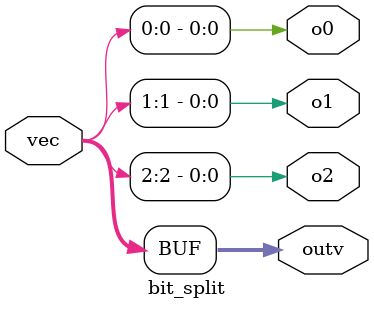
<source format=v>
`timescale 1ns/1ps

module bit_split ( 
    input wire [2:0] vec,
    output wire [2:0] outv,
    output wire o2,
    output wire o1,
    output wire o0  ); // Module body starts after module declaration
    
    assign outv=vec;
    assign o0=vec[0];
    assign o1=vec[1];
    assign o2=vec[2];

endmodule

</source>
